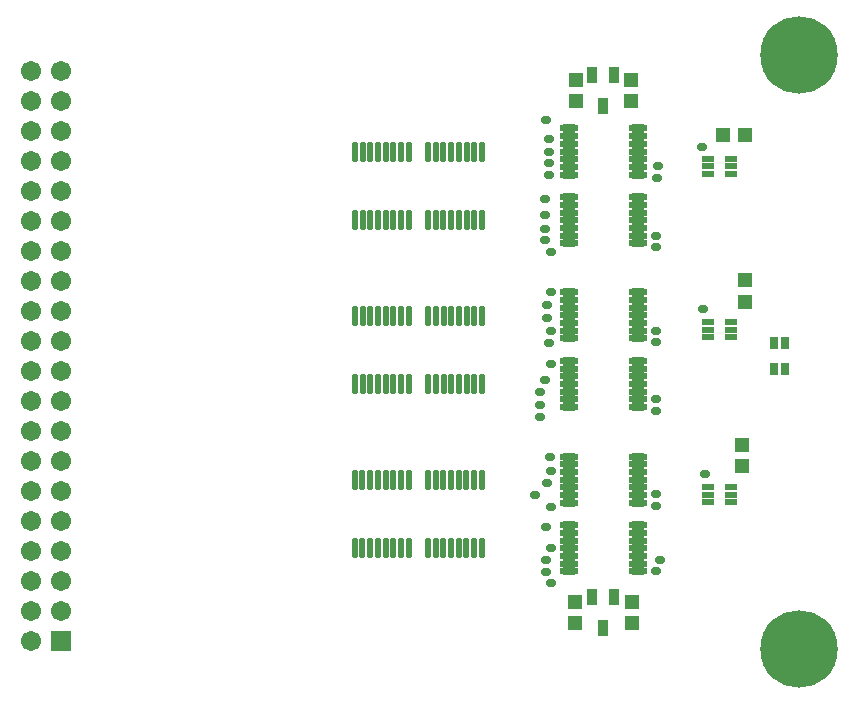
<source format=gts>
G04 Layer_Color=8388736*
%FSAX24Y24*%
%MOIN*%
G70*
G01*
G75*
G04:AMPARAMS|DCode=24|XSize=32mil|YSize=28mil|CornerRadius=7mil|HoleSize=0mil|Usage=FLASHONLY|Rotation=0.000|XOffset=0mil|YOffset=0mil|HoleType=Round|Shape=RoundedRectangle|*
%AMROUNDEDRECTD24*
21,1,0.0320,0.0140,0,0,0.0*
21,1,0.0180,0.0280,0,0,0.0*
1,1,0.0140,0.0090,-0.0070*
1,1,0.0140,-0.0090,-0.0070*
1,1,0.0140,-0.0090,0.0070*
1,1,0.0140,0.0090,0.0070*
%
%ADD24ROUNDEDRECTD24*%
%ADD31R,0.0415X0.0237*%
%ADD32R,0.0474X0.0454*%
%ADD33R,0.0454X0.0474*%
%ADD34R,0.0277X0.0434*%
%ADD35O,0.0218X0.0690*%
%ADD36O,0.0631X0.0257*%
%ADD37R,0.0324X0.0560*%
%ADD38C,0.2580*%
%ADD39C,0.0671*%
%ADD40R,0.0671X0.0671*%
D24*
X032410Y033489D02*
D03*
D03*
D03*
X032020Y028000D02*
D03*
D03*
D03*
X032406Y022449D02*
D03*
D03*
D03*
X032210Y033880D02*
D03*
D03*
D03*
X032020Y028390D02*
D03*
D03*
D03*
X032236Y022835D02*
D03*
D03*
D03*
X032200Y034270D02*
D03*
D03*
D03*
X032030Y028830D02*
D03*
D03*
D03*
X032240Y023220D02*
D03*
D03*
D03*
X032210Y034720D02*
D03*
D03*
D03*
X032200Y029230D02*
D03*
D03*
D03*
X032406Y023607D02*
D03*
D03*
D03*
X032200Y035270D02*
D03*
D03*
D03*
X032413Y029765D02*
D03*
D03*
D03*
X032246Y024305D02*
D03*
D03*
D03*
X032320Y036059D02*
D03*
D03*
D03*
Y030450D02*
D03*
D03*
D03*
X032406Y024999D02*
D03*
D03*
D03*
X032320Y036440D02*
D03*
D03*
D03*
X032411Y030865D02*
D03*
D03*
D03*
X031854Y025385D02*
D03*
D03*
D03*
X032320Y036830D02*
D03*
D03*
D03*
X032270Y031290D02*
D03*
D03*
D03*
X032280Y025780D02*
D03*
D03*
D03*
X032320Y037240D02*
D03*
D03*
D03*
X032250Y031720D02*
D03*
D03*
D03*
X032406Y026177D02*
D03*
D03*
D03*
X032220Y037900D02*
D03*
D03*
D03*
X032413Y032145D02*
D03*
D03*
D03*
X032360Y026665D02*
D03*
D03*
D03*
X035910Y033650D02*
D03*
D03*
D03*
X035893Y028189D02*
D03*
D03*
D03*
X035886Y022839D02*
D03*
D03*
D03*
X035890Y034035D02*
D03*
D03*
D03*
X035893Y028575D02*
D03*
D03*
D03*
X036026Y023225D02*
D03*
D03*
D03*
X037420Y036990D02*
D03*
D03*
D03*
X037480Y031580D02*
D03*
D03*
D03*
X037520Y026100D02*
D03*
D03*
D03*
X035940Y035950D02*
D03*
D03*
D03*
X035893Y030479D02*
D03*
D03*
D03*
X035886Y025019D02*
D03*
D03*
D03*
X035970Y036340D02*
D03*
D03*
D03*
X035893Y030865D02*
D03*
D03*
D03*
X035886Y025405D02*
D03*
D03*
D03*
D31*
X038384Y036084D02*
D03*
Y036340D02*
D03*
Y036596D02*
D03*
X037636D02*
D03*
Y036084D02*
D03*
X037636Y036340D02*
D03*
X038384Y025144D02*
D03*
Y025400D02*
D03*
Y025656D02*
D03*
X037636D02*
D03*
Y025144D02*
D03*
X037636Y025400D02*
D03*
X038384Y030644D02*
D03*
Y030900D02*
D03*
Y031156D02*
D03*
X037636D02*
D03*
Y030644D02*
D03*
X037636Y030900D02*
D03*
D32*
X038780Y027064D02*
D03*
Y026356D02*
D03*
X038860Y032544D02*
D03*
Y031836D02*
D03*
X035100Y021110D02*
D03*
Y021819D02*
D03*
X035070Y038516D02*
D03*
Y039224D02*
D03*
X033220Y038516D02*
D03*
Y039224D02*
D03*
X033200Y021110D02*
D03*
Y021819D02*
D03*
D33*
X038146Y037380D02*
D03*
X038854D02*
D03*
D34*
X039843Y030443D02*
D03*
X040197D02*
D03*
X039843Y029577D02*
D03*
X040197D02*
D03*
D35*
X026120Y036819D02*
D03*
X026376D02*
D03*
X025864D02*
D03*
X026888D02*
D03*
X026632D02*
D03*
X027144D02*
D03*
X027656D02*
D03*
X027400D02*
D03*
X025864Y034555D02*
D03*
X026120D02*
D03*
X026376D02*
D03*
X026888D02*
D03*
X026632D02*
D03*
X027400D02*
D03*
X027656D02*
D03*
X027144D02*
D03*
X026123Y031359D02*
D03*
X026379D02*
D03*
X025867D02*
D03*
X026891D02*
D03*
X026635D02*
D03*
X027147D02*
D03*
X027659D02*
D03*
X027403D02*
D03*
X025867Y029095D02*
D03*
X026123D02*
D03*
X026379D02*
D03*
X026891D02*
D03*
X026635D02*
D03*
X027403D02*
D03*
X027659D02*
D03*
X027147D02*
D03*
X027139Y025879D02*
D03*
X027395D02*
D03*
X026884D02*
D03*
X027651D02*
D03*
X026628D02*
D03*
X026372D02*
D03*
X027651Y023615D02*
D03*
X027395D02*
D03*
X026628D02*
D03*
X026372D02*
D03*
X027139D02*
D03*
X026884D02*
D03*
X026116Y025879D02*
D03*
X025860D02*
D03*
X026116Y023615D02*
D03*
X025860D02*
D03*
X028560Y036819D02*
D03*
X028816D02*
D03*
X028304D02*
D03*
X029328D02*
D03*
X029072D02*
D03*
X029584D02*
D03*
X030096D02*
D03*
X029840D02*
D03*
X028304Y034555D02*
D03*
X028560D02*
D03*
X028816D02*
D03*
X029328D02*
D03*
X029072D02*
D03*
X029840D02*
D03*
X030096D02*
D03*
X029584D02*
D03*
X028563Y031359D02*
D03*
X028819D02*
D03*
X028307D02*
D03*
X029331D02*
D03*
X029075D02*
D03*
X029587D02*
D03*
X030099D02*
D03*
X029843D02*
D03*
X028307Y029095D02*
D03*
X028563D02*
D03*
X028819D02*
D03*
X029331D02*
D03*
X029075D02*
D03*
X029843D02*
D03*
X030099D02*
D03*
X029587D02*
D03*
X029579Y025879D02*
D03*
X029835D02*
D03*
X029324D02*
D03*
X030091D02*
D03*
X029068D02*
D03*
X028812D02*
D03*
X030091Y023615D02*
D03*
X029835D02*
D03*
X029068D02*
D03*
X028812D02*
D03*
X029579D02*
D03*
X029324D02*
D03*
X028556Y025879D02*
D03*
X028300D02*
D03*
X028556Y023615D02*
D03*
X028300D02*
D03*
D36*
X032989Y034035D02*
D03*
Y033779D02*
D03*
Y034547D02*
D03*
Y034291D02*
D03*
Y034803D02*
D03*
Y035315D02*
D03*
Y035059D02*
D03*
X035311Y034547D02*
D03*
Y033779D02*
D03*
Y034291D02*
D03*
Y034035D02*
D03*
Y035059D02*
D03*
Y035315D02*
D03*
Y034803D02*
D03*
X032992Y028575D02*
D03*
Y028319D02*
D03*
Y029087D02*
D03*
Y028831D02*
D03*
Y029343D02*
D03*
Y029855D02*
D03*
Y029599D02*
D03*
X035315Y029087D02*
D03*
Y028319D02*
D03*
Y028831D02*
D03*
Y028575D02*
D03*
Y029599D02*
D03*
Y029855D02*
D03*
Y029343D02*
D03*
X035307Y023863D02*
D03*
Y024119D02*
D03*
Y023095D02*
D03*
Y023607D02*
D03*
Y024375D02*
D03*
Y023351D02*
D03*
Y022839D02*
D03*
X032984Y024375D02*
D03*
Y023863D02*
D03*
Y024119D02*
D03*
Y023351D02*
D03*
Y023607D02*
D03*
Y022839D02*
D03*
Y023095D02*
D03*
X032989Y036325D02*
D03*
Y036069D02*
D03*
Y036837D02*
D03*
Y036581D02*
D03*
Y037093D02*
D03*
Y037605D02*
D03*
Y037349D02*
D03*
X035311Y036837D02*
D03*
Y036069D02*
D03*
Y036581D02*
D03*
Y036325D02*
D03*
Y037349D02*
D03*
Y037605D02*
D03*
Y037093D02*
D03*
X032992Y030865D02*
D03*
Y030609D02*
D03*
Y031377D02*
D03*
Y031121D02*
D03*
Y031633D02*
D03*
Y032145D02*
D03*
Y031889D02*
D03*
X035315Y031377D02*
D03*
Y030609D02*
D03*
Y031121D02*
D03*
Y030865D02*
D03*
Y031889D02*
D03*
Y032145D02*
D03*
Y031633D02*
D03*
X035307Y026153D02*
D03*
Y026409D02*
D03*
Y025385D02*
D03*
Y025897D02*
D03*
Y026665D02*
D03*
Y025641D02*
D03*
Y025129D02*
D03*
X032984Y026665D02*
D03*
Y026153D02*
D03*
Y026409D02*
D03*
Y025641D02*
D03*
Y025897D02*
D03*
Y025129D02*
D03*
Y025385D02*
D03*
D37*
X034140Y020949D02*
D03*
X034514Y021980D02*
D03*
X033766D02*
D03*
X034130Y038354D02*
D03*
X034504Y039386D02*
D03*
X033756D02*
D03*
D38*
X040680Y020270D02*
D03*
Y040060D02*
D03*
D39*
X015050Y020510D02*
D03*
Y021510D02*
D03*
Y022510D02*
D03*
Y029510D02*
D03*
Y023510D02*
D03*
Y024510D02*
D03*
Y027510D02*
D03*
Y028510D02*
D03*
Y032510D02*
D03*
Y030510D02*
D03*
Y031510D02*
D03*
Y033510D02*
D03*
Y034510D02*
D03*
Y037510D02*
D03*
Y035510D02*
D03*
Y036510D02*
D03*
Y038510D02*
D03*
Y039510D02*
D03*
X016050Y021510D02*
D03*
X015050Y026510D02*
D03*
X016050Y022510D02*
D03*
X015050Y025510D02*
D03*
X016050D02*
D03*
Y023510D02*
D03*
Y024510D02*
D03*
Y026510D02*
D03*
Y027510D02*
D03*
Y037510D02*
D03*
Y035510D02*
D03*
Y036510D02*
D03*
Y038510D02*
D03*
Y039510D02*
D03*
Y030510D02*
D03*
Y028510D02*
D03*
Y029510D02*
D03*
Y033510D02*
D03*
Y034510D02*
D03*
Y031510D02*
D03*
Y032510D02*
D03*
D40*
Y020510D02*
D03*
M02*

</source>
